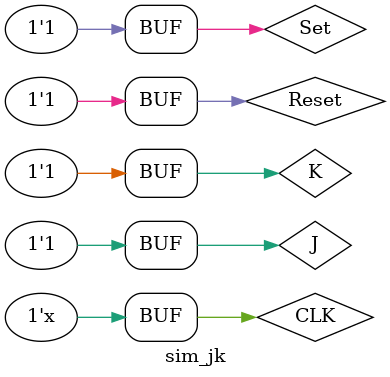
<source format=v>
`timescale 1ns / 1ps


module sim_jk();
    reg CLK,J,K,Set,Reset;
    wire  Q;
    jk_trigger JK(.Q(Q),.CLK(CLK),.J(J),.K(K),.Set(Set),.Reset(Reset));
    initial
    begin
        {J,K}=2'b10;
        Set=1;Reset=0;
        CLK=0;
        #2 Reset=1;
    end
    always
    begin
        #5 CLK=~CLK;
    end
    always
    begin
        #10 {J,K}=2'b00;
        #10 {J,K}=2'b01;
        #10 {J,K}=2'b10;
        #10 {J,K}=2'b11;
    end
    always
    begin
        
        #50 {Reset,Set}=2'b10;
        #10 {Reset,Set}=2'b01;
        #50 {Reset,Set}=2'b11;
    end
endmodule

</source>
